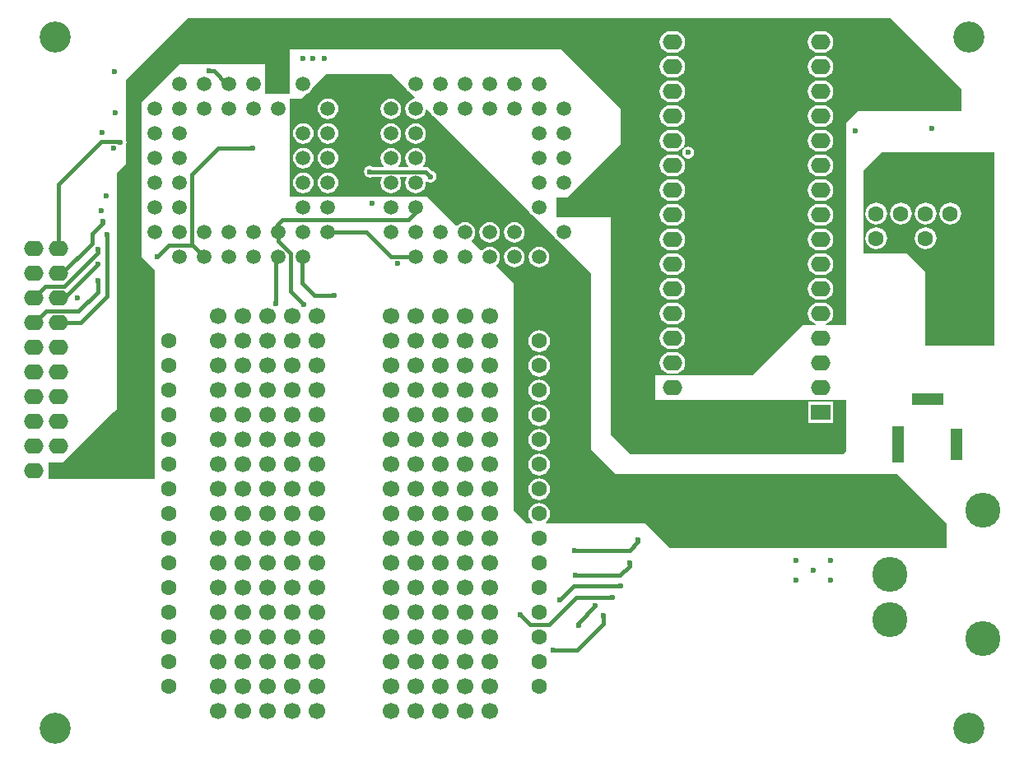
<source format=gbl>
G04*
G04 #@! TF.GenerationSoftware,Altium Limited,Altium Designer,18.1.9 (240)*
G04*
G04 Layer_Physical_Order=4*
G04 Layer_Color=16711680*
%FSLAX44Y44*%
%MOMM*%
G71*
G01*
G75*
%ADD42C,1.7000*%
%ADD45C,0.4000*%
%ADD48C,1.6000*%
%ADD49R,3.2000X1.3000*%
%ADD50R,1.3000X3.2000*%
%ADD51R,1.3000X3.7000*%
%ADD52R,2.0000X1.6000*%
%ADD53O,2.0000X1.6000*%
%ADD54C,3.6000*%
%ADD55C,1.5000*%
%ADD56C,3.2000*%
%ADD57C,0.6000*%
G36*
X970280Y695960D02*
X970280Y672846D01*
X863854Y672846D01*
X851408Y660400D01*
X851408Y452882D01*
X830603Y452882D01*
X830372Y454103D01*
X833047Y455212D01*
X835345Y456975D01*
X837109Y459273D01*
X838217Y461949D01*
X838595Y464820D01*
X838217Y467692D01*
X837109Y470368D01*
X835345Y472665D01*
X833047Y474429D01*
X830372Y475537D01*
X827500Y475915D01*
X823500D01*
X820628Y475537D01*
X817952Y474429D01*
X815655Y472665D01*
X813892Y470368D01*
X812783Y467692D01*
X812405Y464820D01*
X812783Y461949D01*
X813892Y459273D01*
X815655Y456975D01*
X817952Y455212D01*
X820628Y454103D01*
X820397Y452882D01*
X807212D01*
X755650Y401320D01*
X655320Y401320D01*
Y375920D01*
X851408D01*
Y323088D01*
X848360Y320040D01*
X629920D01*
X609600Y340360D01*
X609600Y563880D01*
X553720D01*
X553720Y584200D01*
X565404D01*
X619760Y639318D01*
Y675640D01*
X558800Y736600D01*
X279400D01*
Y690880D01*
X254000Y690880D01*
X254000Y721360D01*
X165608Y721360D01*
X127000Y682752D01*
X127000Y523240D01*
X140462Y509778D01*
Y294640D01*
X127000D01*
X31496Y294640D01*
X31496Y311912D01*
X45466Y311912D01*
X95377Y361823D01*
X101600Y365760D01*
Y609600D01*
X111252Y619252D01*
X111252Y639964D01*
X111528Y641350D01*
X111252Y642736D01*
X111252Y705612D01*
X174244Y768604D01*
X897636D01*
X970280Y695960D01*
D02*
G37*
G36*
X1004570Y431800D02*
X958850D01*
X933450Y431800D01*
Y508000D01*
X914400Y527050D01*
X869950D01*
Y612140D01*
X889000Y631190D01*
X1004570D01*
X1004570Y431800D01*
D02*
G37*
G36*
X384048Y711200D02*
X399805Y695443D01*
X401452Y693297D01*
X403597Y691651D01*
X408101Y687147D01*
X407646Y685806D01*
X406199Y685616D01*
X403645Y684558D01*
X401452Y682875D01*
X399768Y680681D01*
X398711Y678127D01*
X398350Y675386D01*
X398711Y672645D01*
X399768Y670091D01*
X401452Y667897D01*
X403645Y666214D01*
X406199Y665156D01*
X408940Y664795D01*
X411681Y665156D01*
X414235Y666214D01*
X416429Y667897D01*
X418112Y670091D01*
X419170Y672645D01*
X419360Y674091D01*
X420701Y674547D01*
X425205Y670043D01*
X426852Y667897D01*
X428997Y666251D01*
X526805Y568443D01*
X528452Y566297D01*
X530597Y564651D01*
X552205Y543043D01*
X553852Y540897D01*
X555997Y539251D01*
X589280Y505968D01*
Y325120D01*
X614680Y299720D01*
X904240D01*
X955040Y248920D01*
Y223520D01*
X670560D01*
X645160Y248920D01*
X543259Y248920D01*
X542828Y250190D01*
X543785Y250925D01*
X545549Y253223D01*
X546657Y255898D01*
X547035Y258770D01*
X546657Y261642D01*
X545549Y264317D01*
X543785Y266615D01*
X541488Y268379D01*
X538812Y269487D01*
X535940Y269865D01*
X533068Y269487D01*
X530392Y268379D01*
X528095Y266615D01*
X526331Y264317D01*
X525223Y261642D01*
X524845Y258770D01*
X525223Y255898D01*
X526331Y253223D01*
X528095Y250925D01*
X529052Y250190D01*
X528621Y248920D01*
X523240D01*
X510000Y262160D01*
X510000Y495833D01*
X492012Y513820D01*
X492095Y515088D01*
X492629Y515497D01*
X494312Y517691D01*
X495370Y520245D01*
X495731Y522986D01*
X495370Y525727D01*
X494312Y528281D01*
X492629Y530475D01*
X490435Y532158D01*
X487881Y533216D01*
X485140Y533577D01*
X482399Y533216D01*
X479845Y532158D01*
X477652Y530475D01*
X477242Y529941D01*
X475975Y529858D01*
X466612Y539220D01*
X466695Y540488D01*
X467229Y540897D01*
X468912Y543091D01*
X469970Y545645D01*
X470331Y548386D01*
X469970Y551127D01*
X468912Y553681D01*
X467229Y555875D01*
X465036Y557558D01*
X462481Y558616D01*
X459740Y558977D01*
X456999Y558616D01*
X454445Y557558D01*
X452252Y555875D01*
X451842Y555341D01*
X450575Y555258D01*
X420870Y584962D01*
X279400Y584962D01*
Y685800D01*
X291084Y685800D01*
X296064Y690780D01*
X296111Y690786D01*
X298665Y691844D01*
X300859Y693527D01*
X302542Y695721D01*
X303600Y698275D01*
X303606Y698322D01*
X316484Y711200D01*
X384048Y711200D01*
D02*
G37*
%LPC*%
G36*
X827500Y755315D02*
X823500D01*
X820628Y754937D01*
X817952Y753829D01*
X815655Y752065D01*
X813892Y749768D01*
X812783Y747092D01*
X812405Y744220D01*
X812783Y741349D01*
X813892Y738673D01*
X815655Y736375D01*
X817952Y734612D01*
X820628Y733503D01*
X823500Y733125D01*
X827500D01*
X830372Y733503D01*
X833047Y734612D01*
X835345Y736375D01*
X837109Y738673D01*
X838217Y741349D01*
X838595Y744220D01*
X838217Y747092D01*
X837109Y749768D01*
X835345Y752065D01*
X833047Y753829D01*
X830372Y754937D01*
X827500Y755315D01*
D02*
G37*
G36*
X675100D02*
X671100D01*
X668228Y754937D01*
X665553Y753829D01*
X663255Y752065D01*
X661491Y749768D01*
X660383Y747092D01*
X660005Y744220D01*
X660383Y741349D01*
X661491Y738673D01*
X663255Y736375D01*
X665553Y734612D01*
X668228Y733503D01*
X671100Y733125D01*
X675100D01*
X677972Y733503D01*
X680648Y734612D01*
X682945Y736375D01*
X684708Y738673D01*
X685817Y741349D01*
X686195Y744220D01*
X685817Y747092D01*
X684708Y749768D01*
X682945Y752065D01*
X680648Y753829D01*
X677972Y754937D01*
X675100Y755315D01*
D02*
G37*
G36*
X827500Y729915D02*
X823500D01*
X820628Y729537D01*
X817952Y728429D01*
X815655Y726665D01*
X813892Y724368D01*
X812783Y721692D01*
X812405Y718820D01*
X812783Y715949D01*
X813892Y713273D01*
X815655Y710975D01*
X817952Y709212D01*
X820628Y708103D01*
X823500Y707725D01*
X827500D01*
X830372Y708103D01*
X833047Y709212D01*
X835345Y710975D01*
X837109Y713273D01*
X838217Y715949D01*
X838595Y718820D01*
X838217Y721692D01*
X837109Y724368D01*
X835345Y726665D01*
X833047Y728429D01*
X830372Y729537D01*
X827500Y729915D01*
D02*
G37*
G36*
X675100D02*
X671100D01*
X668228Y729537D01*
X665553Y728429D01*
X663255Y726665D01*
X661491Y724368D01*
X660383Y721692D01*
X660005Y718820D01*
X660383Y715949D01*
X661491Y713273D01*
X663255Y710975D01*
X665553Y709212D01*
X668228Y708103D01*
X671100Y707725D01*
X675100D01*
X677972Y708103D01*
X680648Y709212D01*
X682945Y710975D01*
X684708Y713273D01*
X685817Y715949D01*
X686195Y718820D01*
X685817Y721692D01*
X684708Y724368D01*
X682945Y726665D01*
X680648Y728429D01*
X677972Y729537D01*
X675100Y729915D01*
D02*
G37*
G36*
X827500Y704515D02*
X823500D01*
X820628Y704137D01*
X817952Y703029D01*
X815655Y701265D01*
X813892Y698968D01*
X812783Y696292D01*
X812405Y693420D01*
X812783Y690549D01*
X813892Y687873D01*
X815655Y685575D01*
X817952Y683812D01*
X820628Y682703D01*
X823500Y682325D01*
X827500D01*
X830372Y682703D01*
X833047Y683812D01*
X835345Y685575D01*
X837109Y687873D01*
X838217Y690549D01*
X838595Y693420D01*
X838217Y696292D01*
X837109Y698968D01*
X835345Y701265D01*
X833047Y703029D01*
X830372Y704137D01*
X827500Y704515D01*
D02*
G37*
G36*
X675100D02*
X671100D01*
X668228Y704137D01*
X665553Y703029D01*
X663255Y701265D01*
X661491Y698968D01*
X660383Y696292D01*
X660005Y693420D01*
X660383Y690549D01*
X661491Y687873D01*
X663255Y685575D01*
X665553Y683812D01*
X668228Y682703D01*
X671100Y682325D01*
X675100D01*
X677972Y682703D01*
X680648Y683812D01*
X682945Y685575D01*
X684708Y687873D01*
X685817Y690549D01*
X686195Y693420D01*
X685817Y696292D01*
X684708Y698968D01*
X682945Y701265D01*
X680648Y703029D01*
X677972Y704137D01*
X675100Y704515D01*
D02*
G37*
G36*
X827500Y679115D02*
X823500D01*
X820628Y678737D01*
X817952Y677629D01*
X815655Y675865D01*
X813892Y673568D01*
X812783Y670892D01*
X812405Y668020D01*
X812783Y665149D01*
X813892Y662473D01*
X815655Y660175D01*
X817952Y658412D01*
X820628Y657303D01*
X823500Y656925D01*
X827500D01*
X830372Y657303D01*
X833047Y658412D01*
X835345Y660175D01*
X837109Y662473D01*
X838217Y665149D01*
X838595Y668020D01*
X838217Y670892D01*
X837109Y673568D01*
X835345Y675865D01*
X833047Y677629D01*
X830372Y678737D01*
X827500Y679115D01*
D02*
G37*
G36*
X675100D02*
X671100D01*
X668228Y678737D01*
X665553Y677629D01*
X663255Y675865D01*
X661491Y673568D01*
X660383Y670892D01*
X660005Y668020D01*
X660383Y665149D01*
X661491Y662473D01*
X663255Y660175D01*
X665553Y658412D01*
X668228Y657303D01*
X671100Y656925D01*
X675100D01*
X677972Y657303D01*
X680648Y658412D01*
X682945Y660175D01*
X684708Y662473D01*
X685817Y665149D01*
X686195Y668020D01*
X685817Y670892D01*
X684708Y673568D01*
X682945Y675865D01*
X680648Y677629D01*
X677972Y678737D01*
X675100Y679115D01*
D02*
G37*
G36*
X827500Y653715D02*
X823500D01*
X820628Y653337D01*
X817952Y652229D01*
X815655Y650465D01*
X813892Y648168D01*
X812783Y645492D01*
X812405Y642620D01*
X812783Y639749D01*
X813892Y637073D01*
X815655Y634775D01*
X817952Y633012D01*
X820628Y631903D01*
X823500Y631525D01*
X827500D01*
X830372Y631903D01*
X833047Y633012D01*
X835345Y634775D01*
X837109Y637073D01*
X838217Y639749D01*
X838595Y642620D01*
X838217Y645492D01*
X837109Y648168D01*
X835345Y650465D01*
X833047Y652229D01*
X830372Y653337D01*
X827500Y653715D01*
D02*
G37*
G36*
X675100D02*
X671100D01*
X668228Y653337D01*
X665553Y652229D01*
X663255Y650465D01*
X661491Y648168D01*
X660383Y645492D01*
X660005Y642620D01*
X660383Y639749D01*
X661491Y637073D01*
X663255Y634775D01*
X665553Y633012D01*
X668228Y631903D01*
X671100Y631525D01*
X675100D01*
X677972Y631903D01*
X680648Y633012D01*
X682945Y634775D01*
X684708Y637073D01*
X685817Y639749D01*
X686195Y642620D01*
X685817Y645492D01*
X684708Y648168D01*
X682945Y650465D01*
X680648Y652229D01*
X677972Y653337D01*
X675100Y653715D01*
D02*
G37*
G36*
X689356Y636545D02*
X687015Y636080D01*
X685030Y634754D01*
X683704Y632769D01*
X683239Y630428D01*
X683704Y628087D01*
X685030Y626102D01*
X687015Y624776D01*
X689356Y624310D01*
X691697Y624776D01*
X693682Y626102D01*
X695008Y628087D01*
X695473Y630428D01*
X695008Y632769D01*
X693682Y634754D01*
X691697Y636080D01*
X689356Y636545D01*
D02*
G37*
G36*
X827500Y628315D02*
X823500D01*
X820628Y627937D01*
X817952Y626829D01*
X815655Y625065D01*
X813892Y622768D01*
X812783Y620092D01*
X812405Y617220D01*
X812783Y614349D01*
X813892Y611673D01*
X815655Y609375D01*
X817952Y607612D01*
X820628Y606503D01*
X823500Y606125D01*
X827500D01*
X830372Y606503D01*
X833047Y607612D01*
X835345Y609375D01*
X837109Y611673D01*
X838217Y614349D01*
X838595Y617220D01*
X838217Y620092D01*
X837109Y622768D01*
X835345Y625065D01*
X833047Y626829D01*
X830372Y627937D01*
X827500Y628315D01*
D02*
G37*
G36*
X675100D02*
X671100D01*
X668228Y627937D01*
X665553Y626829D01*
X663255Y625065D01*
X661491Y622768D01*
X660383Y620092D01*
X660005Y617220D01*
X660383Y614349D01*
X661491Y611673D01*
X663255Y609375D01*
X665553Y607612D01*
X668228Y606503D01*
X671100Y606125D01*
X675100D01*
X677972Y606503D01*
X680648Y607612D01*
X682945Y609375D01*
X684708Y611673D01*
X685817Y614349D01*
X686195Y617220D01*
X685817Y620092D01*
X684708Y622768D01*
X682945Y625065D01*
X680648Y626829D01*
X677972Y627937D01*
X675100Y628315D01*
D02*
G37*
G36*
X827500Y602915D02*
X823500D01*
X820628Y602537D01*
X817952Y601429D01*
X815655Y599665D01*
X813892Y597368D01*
X812783Y594692D01*
X812405Y591820D01*
X812783Y588949D01*
X813892Y586273D01*
X815655Y583975D01*
X817952Y582212D01*
X820628Y581103D01*
X823500Y580725D01*
X827500D01*
X830372Y581103D01*
X833047Y582212D01*
X835345Y583975D01*
X837109Y586273D01*
X838217Y588949D01*
X838595Y591820D01*
X838217Y594692D01*
X837109Y597368D01*
X835345Y599665D01*
X833047Y601429D01*
X830372Y602537D01*
X827500Y602915D01*
D02*
G37*
G36*
X675100D02*
X671100D01*
X668228Y602537D01*
X665553Y601429D01*
X663255Y599665D01*
X661491Y597368D01*
X660383Y594692D01*
X660005Y591820D01*
X660383Y588949D01*
X661491Y586273D01*
X663255Y583975D01*
X665553Y582212D01*
X668228Y581103D01*
X671100Y580725D01*
X675100D01*
X677972Y581103D01*
X680648Y582212D01*
X682945Y583975D01*
X684708Y586273D01*
X685817Y588949D01*
X686195Y591820D01*
X685817Y594692D01*
X684708Y597368D01*
X682945Y599665D01*
X680648Y601429D01*
X677972Y602537D01*
X675100Y602915D01*
D02*
G37*
G36*
X827500Y577515D02*
X823500D01*
X820628Y577137D01*
X817952Y576029D01*
X815655Y574265D01*
X813892Y571968D01*
X812783Y569292D01*
X812405Y566420D01*
X812783Y563549D01*
X813892Y560873D01*
X815655Y558575D01*
X817952Y556812D01*
X820628Y555703D01*
X823500Y555325D01*
X827500D01*
X830372Y555703D01*
X833047Y556812D01*
X835345Y558575D01*
X837109Y560873D01*
X838217Y563549D01*
X838595Y566420D01*
X838217Y569292D01*
X837109Y571968D01*
X835345Y574265D01*
X833047Y576029D01*
X830372Y577137D01*
X827500Y577515D01*
D02*
G37*
G36*
X675100D02*
X671100D01*
X668228Y577137D01*
X665553Y576029D01*
X663255Y574265D01*
X661491Y571968D01*
X660383Y569292D01*
X660005Y566420D01*
X660383Y563549D01*
X661491Y560873D01*
X663255Y558575D01*
X665553Y556812D01*
X668228Y555703D01*
X671100Y555325D01*
X675100D01*
X677972Y555703D01*
X680648Y556812D01*
X682945Y558575D01*
X684708Y560873D01*
X685817Y563549D01*
X686195Y566420D01*
X685817Y569292D01*
X684708Y571968D01*
X682945Y574265D01*
X680648Y576029D01*
X677972Y577137D01*
X675100Y577515D01*
D02*
G37*
G36*
X827500Y552115D02*
X823500D01*
X820628Y551737D01*
X817952Y550629D01*
X815655Y548865D01*
X813892Y546568D01*
X812783Y543892D01*
X812405Y541020D01*
X812783Y538149D01*
X813892Y535473D01*
X815655Y533175D01*
X817952Y531412D01*
X820628Y530303D01*
X823500Y529925D01*
X827500D01*
X830372Y530303D01*
X833047Y531412D01*
X835345Y533175D01*
X837109Y535473D01*
X838217Y538149D01*
X838595Y541020D01*
X838217Y543892D01*
X837109Y546568D01*
X835345Y548865D01*
X833047Y550629D01*
X830372Y551737D01*
X827500Y552115D01*
D02*
G37*
G36*
X675100D02*
X671100D01*
X668228Y551737D01*
X665553Y550629D01*
X663255Y548865D01*
X661491Y546568D01*
X660383Y543892D01*
X660005Y541020D01*
X660383Y538149D01*
X661491Y535473D01*
X663255Y533175D01*
X665553Y531412D01*
X668228Y530303D01*
X671100Y529925D01*
X675100D01*
X677972Y530303D01*
X680648Y531412D01*
X682945Y533175D01*
X684708Y535473D01*
X685817Y538149D01*
X686195Y541020D01*
X685817Y543892D01*
X684708Y546568D01*
X682945Y548865D01*
X680648Y550629D01*
X677972Y551737D01*
X675100Y552115D01*
D02*
G37*
G36*
X827500Y526715D02*
X823500D01*
X820628Y526337D01*
X817952Y525229D01*
X815655Y523465D01*
X813892Y521168D01*
X812783Y518492D01*
X812405Y515620D01*
X812783Y512749D01*
X813892Y510073D01*
X815655Y507775D01*
X817952Y506012D01*
X820628Y504903D01*
X823500Y504525D01*
X827500D01*
X830372Y504903D01*
X833047Y506012D01*
X835345Y507775D01*
X837109Y510073D01*
X838217Y512749D01*
X838595Y515620D01*
X838217Y518492D01*
X837109Y521168D01*
X835345Y523465D01*
X833047Y525229D01*
X830372Y526337D01*
X827500Y526715D01*
D02*
G37*
G36*
X675100D02*
X671100D01*
X668228Y526337D01*
X665553Y525229D01*
X663255Y523465D01*
X661491Y521168D01*
X660383Y518492D01*
X660005Y515620D01*
X660383Y512749D01*
X661491Y510073D01*
X663255Y507775D01*
X665553Y506012D01*
X668228Y504903D01*
X671100Y504525D01*
X675100D01*
X677972Y504903D01*
X680648Y506012D01*
X682945Y507775D01*
X684708Y510073D01*
X685817Y512749D01*
X686195Y515620D01*
X685817Y518492D01*
X684708Y521168D01*
X682945Y523465D01*
X680648Y525229D01*
X677972Y526337D01*
X675100Y526715D01*
D02*
G37*
G36*
X827500Y501315D02*
X823500D01*
X820628Y500937D01*
X817952Y499829D01*
X815655Y498065D01*
X813892Y495768D01*
X812783Y493092D01*
X812405Y490220D01*
X812783Y487349D01*
X813892Y484673D01*
X815655Y482375D01*
X817952Y480612D01*
X820628Y479503D01*
X823500Y479125D01*
X827500D01*
X830372Y479503D01*
X833047Y480612D01*
X835345Y482375D01*
X837109Y484673D01*
X838217Y487349D01*
X838595Y490220D01*
X838217Y493092D01*
X837109Y495768D01*
X835345Y498065D01*
X833047Y499829D01*
X830372Y500937D01*
X827500Y501315D01*
D02*
G37*
G36*
X675100D02*
X671100D01*
X668228Y500937D01*
X665553Y499829D01*
X663255Y498065D01*
X661491Y495768D01*
X660383Y493092D01*
X660005Y490220D01*
X660383Y487349D01*
X661491Y484673D01*
X663255Y482375D01*
X665553Y480612D01*
X668228Y479503D01*
X671100Y479125D01*
X675100D01*
X677972Y479503D01*
X680648Y480612D01*
X682945Y482375D01*
X684708Y484673D01*
X685817Y487349D01*
X686195Y490220D01*
X685817Y493092D01*
X684708Y495768D01*
X682945Y498065D01*
X680648Y499829D01*
X677972Y500937D01*
X675100Y501315D01*
D02*
G37*
G36*
Y475915D02*
X671100D01*
X668228Y475537D01*
X665553Y474429D01*
X663255Y472665D01*
X661491Y470368D01*
X660383Y467692D01*
X660005Y464820D01*
X660383Y461949D01*
X661491Y459273D01*
X663255Y456975D01*
X665553Y455212D01*
X668228Y454103D01*
X671100Y453725D01*
X675100D01*
X677972Y454103D01*
X680648Y455212D01*
X682945Y456975D01*
X684708Y459273D01*
X685817Y461949D01*
X686195Y464820D01*
X685817Y467692D01*
X684708Y470368D01*
X682945Y472665D01*
X680648Y474429D01*
X677972Y475537D01*
X675100Y475915D01*
D02*
G37*
G36*
Y450515D02*
X671100D01*
X668228Y450137D01*
X665553Y449029D01*
X663255Y447265D01*
X661491Y444968D01*
X660383Y442292D01*
X660005Y439420D01*
X660383Y436549D01*
X661491Y433873D01*
X663255Y431575D01*
X665553Y429812D01*
X668228Y428703D01*
X671100Y428325D01*
X675100D01*
X677972Y428703D01*
X680648Y429812D01*
X682945Y431575D01*
X684708Y433873D01*
X685817Y436549D01*
X686195Y439420D01*
X685817Y442292D01*
X684708Y444968D01*
X682945Y447265D01*
X680648Y449029D01*
X677972Y450137D01*
X675100Y450515D01*
D02*
G37*
G36*
Y425115D02*
X671100D01*
X668228Y424737D01*
X665553Y423629D01*
X663255Y421865D01*
X661491Y419568D01*
X660383Y416892D01*
X660005Y414020D01*
X660383Y411149D01*
X661491Y408473D01*
X663255Y406175D01*
X665553Y404412D01*
X668228Y403303D01*
X671100Y402925D01*
X675100D01*
X677972Y403303D01*
X680648Y404412D01*
X682945Y406175D01*
X684708Y408473D01*
X685817Y411149D01*
X686195Y414020D01*
X685817Y416892D01*
X684708Y419568D01*
X682945Y421865D01*
X680648Y423629D01*
X677972Y424737D01*
X675100Y425115D01*
D02*
G37*
G36*
X838500Y374220D02*
X812500D01*
Y352220D01*
X838500D01*
Y374220D01*
D02*
G37*
G36*
X958850Y578785D02*
X955978Y578407D01*
X953303Y577299D01*
X951005Y575536D01*
X949242Y573238D01*
X948133Y570562D01*
X947755Y567690D01*
X948133Y564819D01*
X949242Y562143D01*
X951005Y559845D01*
X953303Y558082D01*
X955978Y556973D01*
X958850Y556595D01*
X961722Y556973D01*
X964398Y558082D01*
X966695Y559845D01*
X968458Y562143D01*
X969567Y564819D01*
X969945Y567690D01*
X969567Y570562D01*
X968458Y573238D01*
X966695Y575536D01*
X964398Y577299D01*
X961722Y578407D01*
X958850Y578785D01*
D02*
G37*
G36*
X933450D02*
X930579Y578407D01*
X927903Y577299D01*
X925605Y575536D01*
X923842Y573238D01*
X922733Y570562D01*
X922355Y567690D01*
X922733Y564819D01*
X923842Y562143D01*
X925605Y559845D01*
X927903Y558082D01*
X930579Y556973D01*
X933450Y556595D01*
X936322Y556973D01*
X938997Y558082D01*
X941295Y559845D01*
X943058Y562143D01*
X944167Y564819D01*
X944545Y567690D01*
X944167Y570562D01*
X943058Y573238D01*
X941295Y575536D01*
X938997Y577299D01*
X936322Y578407D01*
X933450Y578785D01*
D02*
G37*
G36*
X908050D02*
X905179Y578407D01*
X902503Y577299D01*
X900205Y575536D01*
X898442Y573238D01*
X897333Y570562D01*
X896955Y567690D01*
X897333Y564819D01*
X898442Y562143D01*
X900205Y559845D01*
X902503Y558082D01*
X905179Y556973D01*
X908050Y556595D01*
X910922Y556973D01*
X913597Y558082D01*
X915895Y559845D01*
X917658Y562143D01*
X918767Y564819D01*
X919145Y567690D01*
X918767Y570562D01*
X917658Y573238D01*
X915895Y575536D01*
X913597Y577299D01*
X910922Y578407D01*
X908050Y578785D01*
D02*
G37*
G36*
X882650D02*
X879779Y578407D01*
X877103Y577299D01*
X874805Y575536D01*
X873042Y573238D01*
X871933Y570562D01*
X871555Y567690D01*
X871933Y564819D01*
X873042Y562143D01*
X874805Y559845D01*
X877103Y558082D01*
X879779Y556973D01*
X882650Y556595D01*
X885522Y556973D01*
X888197Y558082D01*
X890495Y559845D01*
X892259Y562143D01*
X893367Y564819D01*
X893745Y567690D01*
X893367Y570562D01*
X892259Y573238D01*
X890495Y575536D01*
X888197Y577299D01*
X885522Y578407D01*
X882650Y578785D01*
D02*
G37*
G36*
X933450Y553385D02*
X930579Y553007D01*
X927903Y551899D01*
X925605Y550135D01*
X923842Y547838D01*
X922733Y545162D01*
X922355Y542290D01*
X922733Y539419D01*
X923842Y536743D01*
X925605Y534445D01*
X927903Y532682D01*
X930579Y531573D01*
X933450Y531195D01*
X936322Y531573D01*
X938997Y532682D01*
X941295Y534445D01*
X943058Y536743D01*
X944167Y539419D01*
X944545Y542290D01*
X944167Y545162D01*
X943058Y547838D01*
X941295Y550135D01*
X938997Y551899D01*
X936322Y553007D01*
X933450Y553385D01*
D02*
G37*
G36*
X882650D02*
X879779Y553007D01*
X877103Y551899D01*
X874805Y550135D01*
X873042Y547838D01*
X871933Y545162D01*
X871555Y542290D01*
X871933Y539419D01*
X873042Y536743D01*
X874805Y534445D01*
X877103Y532682D01*
X879779Y531573D01*
X882650Y531195D01*
X885522Y531573D01*
X888197Y532682D01*
X890495Y534445D01*
X892259Y536743D01*
X893367Y539419D01*
X893745Y542290D01*
X893367Y545162D01*
X892259Y547838D01*
X890495Y550135D01*
X888197Y551899D01*
X885522Y553007D01*
X882650Y553385D01*
D02*
G37*
G36*
X318770Y686207D02*
X316029Y685846D01*
X313475Y684788D01*
X311281Y683105D01*
X309598Y680911D01*
X308540Y678357D01*
X308179Y675616D01*
X308540Y672875D01*
X309598Y670321D01*
X311281Y668127D01*
X313475Y666444D01*
X316029Y665386D01*
X318770Y665025D01*
X321511Y665386D01*
X324065Y666444D01*
X326259Y668127D01*
X327942Y670321D01*
X329000Y672875D01*
X329361Y675616D01*
X329000Y678357D01*
X327942Y680911D01*
X326259Y683105D01*
X324065Y684788D01*
X321511Y685846D01*
X318770Y686207D01*
D02*
G37*
G36*
X383540Y685976D02*
X380799Y685616D01*
X378245Y684558D01*
X376052Y682875D01*
X374369Y680681D01*
X373311Y678127D01*
X372950Y675386D01*
X373311Y672645D01*
X374369Y670091D01*
X376052Y667897D01*
X378245Y666214D01*
X380799Y665156D01*
X383540Y664795D01*
X386281Y665156D01*
X388835Y666214D01*
X391029Y667897D01*
X392712Y670091D01*
X393770Y672645D01*
X394131Y675386D01*
X393770Y678127D01*
X392712Y680681D01*
X391029Y682875D01*
X388835Y684558D01*
X386281Y685616D01*
X383540Y685976D01*
D02*
G37*
G36*
X318770Y660807D02*
X316029Y660446D01*
X313475Y659388D01*
X311281Y657705D01*
X309598Y655511D01*
X308540Y652957D01*
X308179Y650216D01*
X308540Y647475D01*
X309598Y644921D01*
X311281Y642727D01*
X313475Y641044D01*
X316029Y639986D01*
X318770Y639626D01*
X321511Y639986D01*
X324065Y641044D01*
X326259Y642727D01*
X327942Y644921D01*
X329000Y647475D01*
X329361Y650216D01*
X329000Y652957D01*
X327942Y655511D01*
X326259Y657705D01*
X324065Y659388D01*
X321511Y660446D01*
X318770Y660807D01*
D02*
G37*
G36*
X293370D02*
X290629Y660446D01*
X288075Y659388D01*
X285881Y657705D01*
X284198Y655511D01*
X283140Y652957D01*
X282780Y650216D01*
X283140Y647475D01*
X284198Y644921D01*
X285881Y642727D01*
X288075Y641044D01*
X290629Y639986D01*
X293370Y639626D01*
X296111Y639986D01*
X298665Y641044D01*
X300859Y642727D01*
X302542Y644921D01*
X303600Y647475D01*
X303961Y650216D01*
X303600Y652957D01*
X302542Y655511D01*
X300859Y657705D01*
X298665Y659388D01*
X296111Y660446D01*
X293370Y660807D01*
D02*
G37*
G36*
X408940Y660576D02*
X406199Y660216D01*
X403645Y659158D01*
X401452Y657475D01*
X399768Y655281D01*
X398711Y652727D01*
X398350Y649986D01*
X398711Y647245D01*
X399768Y644691D01*
X401452Y642497D01*
X403645Y640814D01*
X406199Y639756D01*
X408940Y639395D01*
X411681Y639756D01*
X414235Y640814D01*
X416429Y642497D01*
X418112Y644691D01*
X419170Y647245D01*
X419531Y649986D01*
X419170Y652727D01*
X418112Y655281D01*
X416429Y657475D01*
X414235Y659158D01*
X411681Y660216D01*
X408940Y660576D01*
D02*
G37*
G36*
X383540D02*
X380799Y660216D01*
X378245Y659158D01*
X376052Y657475D01*
X374369Y655281D01*
X373311Y652727D01*
X372950Y649986D01*
X373311Y647245D01*
X374369Y644691D01*
X376052Y642497D01*
X378245Y640814D01*
X380799Y639756D01*
X383540Y639395D01*
X386281Y639756D01*
X388835Y640814D01*
X391029Y642497D01*
X392712Y644691D01*
X393770Y647245D01*
X394131Y649986D01*
X393770Y652727D01*
X392712Y655281D01*
X391029Y657475D01*
X388835Y659158D01*
X386281Y660216D01*
X383540Y660576D01*
D02*
G37*
G36*
X408940Y635177D02*
X406199Y634816D01*
X403645Y633758D01*
X401452Y632075D01*
X399768Y629881D01*
X398711Y627327D01*
X398350Y624586D01*
X398711Y621845D01*
X399768Y619291D01*
X401343Y617238D01*
X401061Y615968D01*
X391420D01*
X391137Y617238D01*
X392712Y619291D01*
X393770Y621845D01*
X394131Y624586D01*
X393770Y627327D01*
X392712Y629881D01*
X391029Y632075D01*
X388835Y633758D01*
X386281Y634816D01*
X383540Y635177D01*
X380799Y634816D01*
X378245Y633758D01*
X376052Y632075D01*
X374369Y629881D01*
X373311Y627327D01*
X372950Y624586D01*
X373311Y621845D01*
X374369Y619291D01*
X375943Y617238D01*
X375661Y615968D01*
X365120D01*
X364291Y616522D01*
X361950Y616987D01*
X359609Y616522D01*
X357624Y615196D01*
X356298Y613211D01*
X355832Y610870D01*
X356298Y608529D01*
X357624Y606544D01*
X359609Y605218D01*
X361950Y604753D01*
X364291Y605218D01*
X365120Y605772D01*
X373923D01*
X374485Y604633D01*
X374369Y604481D01*
X373311Y601927D01*
X372950Y599186D01*
X373311Y596445D01*
X374369Y593891D01*
X376052Y591697D01*
X378245Y590014D01*
X380799Y588956D01*
X383540Y588595D01*
X386281Y588956D01*
X388835Y590014D01*
X391029Y591697D01*
X392712Y593891D01*
X393770Y596445D01*
X394131Y599186D01*
X393770Y601927D01*
X392712Y604481D01*
X392595Y604633D01*
X393157Y605772D01*
X399323D01*
X399885Y604633D01*
X399768Y604481D01*
X398711Y601927D01*
X398350Y599186D01*
X398711Y596445D01*
X399768Y593891D01*
X401452Y591697D01*
X403645Y590014D01*
X406199Y588956D01*
X408940Y588595D01*
X411681Y588956D01*
X414235Y590014D01*
X416429Y591697D01*
X418112Y593891D01*
X419170Y596445D01*
X419531Y599186D01*
X419391Y600246D01*
X420575Y600983D01*
X421839Y600138D01*
X424180Y599673D01*
X426521Y600138D01*
X428506Y601464D01*
X429832Y603449D01*
X430298Y605790D01*
X429832Y608131D01*
X428506Y610116D01*
X426521Y611442D01*
X425543Y611636D01*
X422705Y614475D01*
X421051Y615580D01*
X419100Y615968D01*
X416820D01*
X416537Y617238D01*
X418112Y619291D01*
X419170Y621845D01*
X419531Y624586D01*
X419170Y627327D01*
X418112Y629881D01*
X416429Y632075D01*
X414235Y633758D01*
X411681Y634816D01*
X408940Y635177D01*
D02*
G37*
G36*
X318770Y635407D02*
X316029Y635046D01*
X313475Y633988D01*
X311281Y632305D01*
X309598Y630111D01*
X308540Y627557D01*
X308179Y624816D01*
X308540Y622075D01*
X309598Y619521D01*
X311281Y617327D01*
X313475Y615644D01*
X316029Y614586D01*
X318770Y614226D01*
X321511Y614586D01*
X324065Y615644D01*
X326259Y617327D01*
X327942Y619521D01*
X329000Y622075D01*
X329361Y624816D01*
X329000Y627557D01*
X327942Y630111D01*
X326259Y632305D01*
X324065Y633988D01*
X321511Y635046D01*
X318770Y635407D01*
D02*
G37*
G36*
X293370D02*
X290629Y635046D01*
X288075Y633988D01*
X285881Y632305D01*
X284198Y630111D01*
X283140Y627557D01*
X282780Y624816D01*
X283140Y622075D01*
X284198Y619521D01*
X285881Y617327D01*
X288075Y615644D01*
X290629Y614586D01*
X293370Y614226D01*
X296111Y614586D01*
X298665Y615644D01*
X300859Y617327D01*
X302542Y619521D01*
X303600Y622075D01*
X303961Y624816D01*
X303600Y627557D01*
X302542Y630111D01*
X300859Y632305D01*
X298665Y633988D01*
X296111Y635046D01*
X293370Y635407D01*
D02*
G37*
G36*
X318770Y610007D02*
X316029Y609646D01*
X313475Y608588D01*
X311281Y606905D01*
X309598Y604711D01*
X308540Y602157D01*
X308179Y599416D01*
X308540Y596675D01*
X309598Y594121D01*
X311281Y591927D01*
X313475Y590244D01*
X316029Y589186D01*
X318770Y588825D01*
X321511Y589186D01*
X324065Y590244D01*
X326259Y591927D01*
X327942Y594121D01*
X329000Y596675D01*
X329361Y599416D01*
X329000Y602157D01*
X327942Y604711D01*
X326259Y606905D01*
X324065Y608588D01*
X321511Y609646D01*
X318770Y610007D01*
D02*
G37*
G36*
X293370D02*
X290629Y609646D01*
X288075Y608588D01*
X285881Y606905D01*
X284198Y604711D01*
X283140Y602157D01*
X282780Y599416D01*
X283140Y596675D01*
X284198Y594121D01*
X285881Y591927D01*
X288075Y590244D01*
X290629Y589186D01*
X293370Y588825D01*
X296111Y589186D01*
X298665Y590244D01*
X300859Y591927D01*
X302542Y594121D01*
X303600Y596675D01*
X303961Y599416D01*
X303600Y602157D01*
X302542Y604711D01*
X300859Y606905D01*
X298665Y608588D01*
X296111Y609646D01*
X293370Y610007D01*
D02*
G37*
G36*
X510540Y558977D02*
X507799Y558616D01*
X505245Y557558D01*
X503052Y555875D01*
X501368Y553681D01*
X500311Y551127D01*
X499950Y548386D01*
X500311Y545645D01*
X501368Y543091D01*
X503052Y540897D01*
X505245Y539214D01*
X507799Y538156D01*
X510540Y537795D01*
X513281Y538156D01*
X515835Y539214D01*
X518029Y540897D01*
X519712Y543091D01*
X520770Y545645D01*
X521131Y548386D01*
X520770Y551127D01*
X519712Y553681D01*
X518029Y555875D01*
X515835Y557558D01*
X513281Y558616D01*
X510540Y558977D01*
D02*
G37*
G36*
X485140D02*
X482399Y558616D01*
X479845Y557558D01*
X477652Y555875D01*
X475969Y553681D01*
X474911Y551127D01*
X474550Y548386D01*
X474911Y545645D01*
X475969Y543091D01*
X477652Y540897D01*
X479845Y539214D01*
X482399Y538156D01*
X485140Y537795D01*
X487881Y538156D01*
X490435Y539214D01*
X492629Y540897D01*
X494312Y543091D01*
X495370Y545645D01*
X495731Y548386D01*
X495370Y551127D01*
X494312Y553681D01*
X492629Y555875D01*
X490435Y557558D01*
X487881Y558616D01*
X485140Y558977D01*
D02*
G37*
G36*
X535940Y533577D02*
X533199Y533216D01*
X530645Y532158D01*
X528452Y530475D01*
X526768Y528281D01*
X525710Y525727D01*
X525350Y522986D01*
X525710Y520245D01*
X526768Y517691D01*
X528452Y515497D01*
X530645Y513814D01*
X533199Y512756D01*
X535940Y512395D01*
X538681Y512756D01*
X541236Y513814D01*
X543429Y515497D01*
X545112Y517691D01*
X546170Y520245D01*
X546531Y522986D01*
X546170Y525727D01*
X545112Y528281D01*
X543429Y530475D01*
X541236Y532158D01*
X538681Y533216D01*
X535940Y533577D01*
D02*
G37*
G36*
X510540D02*
X507799Y533216D01*
X505245Y532158D01*
X503052Y530475D01*
X501368Y528281D01*
X500311Y525727D01*
X499950Y522986D01*
X500311Y520245D01*
X501368Y517691D01*
X503052Y515497D01*
X505245Y513814D01*
X507799Y512756D01*
X510540Y512395D01*
X513281Y512756D01*
X515835Y513814D01*
X518029Y515497D01*
X519712Y517691D01*
X520770Y520245D01*
X521131Y522986D01*
X520770Y525727D01*
X519712Y528281D01*
X518029Y530475D01*
X515835Y532158D01*
X513281Y533216D01*
X510540Y533577D01*
D02*
G37*
G36*
X535940Y447665D02*
X533068Y447287D01*
X530392Y446179D01*
X528095Y444415D01*
X526331Y442118D01*
X525223Y439442D01*
X524845Y436570D01*
X525223Y433698D01*
X526331Y431023D01*
X528095Y428725D01*
X530392Y426962D01*
X533068Y425853D01*
X535940Y425475D01*
X538812Y425853D01*
X541488Y426962D01*
X543785Y428725D01*
X545549Y431023D01*
X546657Y433698D01*
X547035Y436570D01*
X546657Y439442D01*
X545549Y442118D01*
X543785Y444415D01*
X541488Y446179D01*
X538812Y447287D01*
X535940Y447665D01*
D02*
G37*
G36*
Y422265D02*
X533068Y421887D01*
X530392Y420779D01*
X528095Y419015D01*
X526331Y416717D01*
X525223Y414042D01*
X524845Y411170D01*
X525223Y408298D01*
X526331Y405623D01*
X528095Y403325D01*
X530392Y401562D01*
X533068Y400453D01*
X535940Y400075D01*
X538812Y400453D01*
X541488Y401562D01*
X543785Y403325D01*
X545549Y405623D01*
X546657Y408298D01*
X547035Y411170D01*
X546657Y414042D01*
X545549Y416717D01*
X543785Y419015D01*
X541488Y420779D01*
X538812Y421887D01*
X535940Y422265D01*
D02*
G37*
G36*
Y396865D02*
X533068Y396487D01*
X530392Y395378D01*
X528095Y393615D01*
X526331Y391317D01*
X525223Y388642D01*
X524845Y385770D01*
X525223Y382898D01*
X526331Y380223D01*
X528095Y377925D01*
X530392Y376162D01*
X533068Y375053D01*
X535940Y374675D01*
X538812Y375053D01*
X541488Y376162D01*
X543785Y377925D01*
X545549Y380223D01*
X546657Y382898D01*
X547035Y385770D01*
X546657Y388642D01*
X545549Y391317D01*
X543785Y393615D01*
X541488Y395378D01*
X538812Y396487D01*
X535940Y396865D01*
D02*
G37*
G36*
Y371465D02*
X533068Y371087D01*
X530392Y369978D01*
X528095Y368215D01*
X526331Y365918D01*
X525223Y363242D01*
X524845Y360370D01*
X525223Y357498D01*
X526331Y354823D01*
X528095Y352525D01*
X530392Y350762D01*
X533068Y349653D01*
X535940Y349275D01*
X538812Y349653D01*
X541488Y350762D01*
X543785Y352525D01*
X545549Y354823D01*
X546657Y357498D01*
X547035Y360370D01*
X546657Y363242D01*
X545549Y365918D01*
X543785Y368215D01*
X541488Y369978D01*
X538812Y371087D01*
X535940Y371465D01*
D02*
G37*
G36*
Y346065D02*
X533068Y345687D01*
X530392Y344579D01*
X528095Y342815D01*
X526331Y340518D01*
X525223Y337842D01*
X524845Y334970D01*
X525223Y332098D01*
X526331Y329423D01*
X528095Y327125D01*
X530392Y325362D01*
X533068Y324253D01*
X535940Y323875D01*
X538812Y324253D01*
X541488Y325362D01*
X543785Y327125D01*
X545549Y329423D01*
X546657Y332098D01*
X547035Y334970D01*
X546657Y337842D01*
X545549Y340518D01*
X543785Y342815D01*
X541488Y344579D01*
X538812Y345687D01*
X535940Y346065D01*
D02*
G37*
G36*
Y320665D02*
X533068Y320287D01*
X530392Y319179D01*
X528095Y317415D01*
X526331Y315117D01*
X525223Y312442D01*
X524845Y309570D01*
X525223Y306698D01*
X526331Y304023D01*
X528095Y301725D01*
X530392Y299962D01*
X533068Y298853D01*
X535940Y298475D01*
X538812Y298853D01*
X541488Y299962D01*
X543785Y301725D01*
X545549Y304023D01*
X546657Y306698D01*
X547035Y309570D01*
X546657Y312442D01*
X545549Y315117D01*
X543785Y317415D01*
X541488Y319179D01*
X538812Y320287D01*
X535940Y320665D01*
D02*
G37*
G36*
Y295265D02*
X533068Y294887D01*
X530392Y293778D01*
X528095Y292015D01*
X526331Y289718D01*
X525223Y287042D01*
X524845Y284170D01*
X525223Y281298D01*
X526331Y278623D01*
X528095Y276325D01*
X530392Y274562D01*
X533068Y273453D01*
X535940Y273075D01*
X538812Y273453D01*
X541488Y274562D01*
X543785Y276325D01*
X545549Y278623D01*
X546657Y281298D01*
X547035Y284170D01*
X546657Y287042D01*
X545549Y289718D01*
X543785Y292015D01*
X541488Y293778D01*
X538812Y294887D01*
X535940Y295265D01*
D02*
G37*
%LPD*%
D42*
X205740Y55570D02*
D03*
X231140D02*
D03*
X256540D02*
D03*
X281940D02*
D03*
X307340D02*
D03*
X383540D02*
D03*
X408940D02*
D03*
X434340D02*
D03*
X459740D02*
D03*
X485140D02*
D03*
Y461970D02*
D03*
X459740D02*
D03*
X434340D02*
D03*
X408940D02*
D03*
X383540D02*
D03*
X307340D02*
D03*
X281940D02*
D03*
X256540D02*
D03*
X231140D02*
D03*
X205740D02*
D03*
Y436570D02*
D03*
X231140D02*
D03*
X256540D02*
D03*
X281940D02*
D03*
X307340D02*
D03*
X205740Y411170D02*
D03*
X231140D02*
D03*
X256540D02*
D03*
X281940D02*
D03*
X307340D02*
D03*
X205740Y385770D02*
D03*
X231140D02*
D03*
X256540D02*
D03*
X281940D02*
D03*
X307340D02*
D03*
X205740Y360370D02*
D03*
X231140D02*
D03*
X256540D02*
D03*
X281940D02*
D03*
X307340D02*
D03*
X205740Y334970D02*
D03*
X231140D02*
D03*
X256540D02*
D03*
X281940D02*
D03*
X307340D02*
D03*
X205740Y309570D02*
D03*
X231140D02*
D03*
X256540D02*
D03*
X281940D02*
D03*
X307340D02*
D03*
X205740Y284170D02*
D03*
X231140D02*
D03*
X256540D02*
D03*
X281940D02*
D03*
X307340D02*
D03*
X205740Y258770D02*
D03*
X231140D02*
D03*
X256540D02*
D03*
X281940D02*
D03*
X307340D02*
D03*
X205740Y233370D02*
D03*
X231140D02*
D03*
X256540D02*
D03*
X281940D02*
D03*
X307340D02*
D03*
X205740Y207970D02*
D03*
X231140D02*
D03*
X256540D02*
D03*
X281940D02*
D03*
X307340D02*
D03*
X205740Y182570D02*
D03*
X231140D02*
D03*
X256540D02*
D03*
X281940D02*
D03*
X307340D02*
D03*
X205740Y157170D02*
D03*
X231140D02*
D03*
X256540D02*
D03*
X281940D02*
D03*
X307340D02*
D03*
X205740Y131770D02*
D03*
X231140D02*
D03*
X256540D02*
D03*
X281940D02*
D03*
X307340D02*
D03*
X205740Y106370D02*
D03*
X231140D02*
D03*
X256540D02*
D03*
X281940D02*
D03*
X307340D02*
D03*
X205740Y80970D02*
D03*
X231140D02*
D03*
X256540D02*
D03*
X281940D02*
D03*
X307340D02*
D03*
X383540Y436570D02*
D03*
X408940D02*
D03*
X434340D02*
D03*
X459740D02*
D03*
X485140D02*
D03*
X383540Y411170D02*
D03*
X408940D02*
D03*
X434340D02*
D03*
X459740D02*
D03*
X485140D02*
D03*
X383540Y385770D02*
D03*
X408940D02*
D03*
X434340D02*
D03*
X459740D02*
D03*
X485140D02*
D03*
X383540Y360370D02*
D03*
X408940D02*
D03*
X434340D02*
D03*
X459740D02*
D03*
X485140D02*
D03*
X383540Y334970D02*
D03*
X408940D02*
D03*
X434340D02*
D03*
X459740D02*
D03*
X485140D02*
D03*
X383540Y309570D02*
D03*
X408940D02*
D03*
X434340D02*
D03*
X459740D02*
D03*
X485140D02*
D03*
X383540Y284170D02*
D03*
X408940D02*
D03*
X434340D02*
D03*
X459740D02*
D03*
X485140D02*
D03*
X383540Y258770D02*
D03*
X408940D02*
D03*
X434340D02*
D03*
X459740D02*
D03*
X485140D02*
D03*
X383540Y233370D02*
D03*
X408940D02*
D03*
X434340D02*
D03*
X459740D02*
D03*
X485140D02*
D03*
X383540Y207970D02*
D03*
X408940D02*
D03*
X434340D02*
D03*
X459740D02*
D03*
X485140D02*
D03*
X383540Y182570D02*
D03*
X408940D02*
D03*
X434340D02*
D03*
X459740D02*
D03*
X485140D02*
D03*
X383540Y157170D02*
D03*
X408940D02*
D03*
X434340D02*
D03*
X459740D02*
D03*
X485140D02*
D03*
X383540Y131770D02*
D03*
X408940D02*
D03*
X434340D02*
D03*
X459740D02*
D03*
X485140D02*
D03*
X383540Y106370D02*
D03*
X408940D02*
D03*
X434340D02*
D03*
X459740D02*
D03*
X485140D02*
D03*
X383540Y80970D02*
D03*
X408940D02*
D03*
X434340D02*
D03*
X459740D02*
D03*
X485140D02*
D03*
D45*
X86868Y558038D02*
Y559562D01*
X76050Y547220D02*
X86868Y558038D01*
X573786Y172466D02*
X611124D01*
X628840Y204914D02*
Y208534D01*
X571754Y184404D02*
X620014D01*
X637667Y229997D02*
Y232410D01*
X557276Y169926D02*
X571754Y184404D01*
X573024Y195326D02*
X619252D01*
X546490Y145170D02*
X573786Y172466D01*
X576326Y144018D02*
Y146875D01*
X593535Y164084D01*
X575056Y118364D02*
X602361Y145669D01*
X550164Y118364D02*
X575056D01*
X602361Y145669D02*
Y153720D01*
X619252Y195326D02*
X628840Y204914D01*
X628904Y221234D02*
X637667Y229997D01*
X267970Y539480D02*
Y554990D01*
X516890Y155194D02*
X526914Y145170D01*
X546490D01*
X572008Y221234D02*
X628904D01*
X47814Y492568D02*
X82550Y527304D01*
Y530860D01*
X82042Y487172D02*
Y499110D01*
X62230Y467360D02*
X82042Y487172D01*
X45212Y505968D02*
X76050Y536806D01*
X41910Y505968D02*
X45212D01*
X41910Y598170D02*
X85740Y642000D01*
X104760D01*
X105410Y641350D01*
X41910Y531368D02*
Y598170D01*
X91440Y482600D02*
Y546100D01*
X265176Y520422D02*
X267970Y523216D01*
X265176Y474980D02*
Y520422D01*
X280670Y487426D02*
Y526780D01*
Y487426D02*
X294132Y473964D01*
X64008Y455168D02*
X91440Y482600D01*
X41910Y455168D02*
X64008D01*
X358164Y548616D02*
X383652Y523128D01*
X408940D01*
Y522986D02*
Y523128D01*
X318770Y548616D02*
X358164D01*
X267970Y539480D02*
X280670Y526780D01*
X178816Y608076D02*
X205740Y635000D01*
X178816Y535124D02*
Y608076D01*
X155394Y535124D02*
X178816D01*
X143510Y523240D02*
X155394Y535124D01*
X27748Y492568D02*
X47814D01*
X16510Y481330D02*
X27748Y492568D01*
X76050Y536806D02*
Y547220D01*
X196342Y714502D02*
X201168D01*
X214654Y701016D01*
X205740Y635000D02*
X241300D01*
X419100Y610870D02*
X424180Y605790D01*
X28702Y467360D02*
X62230D01*
X41910Y480568D02*
X47498D01*
X292100Y521946D02*
X293370Y523216D01*
X292100Y496570D02*
Y521946D01*
Y496570D02*
X304800Y483870D01*
X325120D01*
X271780Y561340D02*
X401320D01*
X266700Y556260D02*
X267970Y554990D01*
X266700Y556260D02*
X271780Y561340D01*
X408940Y568960D02*
Y573786D01*
X401320Y561340D02*
X408940Y568960D01*
X361950Y610870D02*
X419100D01*
X214654Y701016D02*
X217170D01*
X180316Y534670D02*
X191770Y523216D01*
X16510Y480568D02*
Y481330D01*
X47498Y480568D02*
X82550Y515620D01*
X16510Y455168D02*
X28702Y467360D01*
D48*
X154940Y436570D02*
D03*
Y411170D02*
D03*
Y385770D02*
D03*
Y360370D02*
D03*
Y334970D02*
D03*
Y309570D02*
D03*
Y284170D02*
D03*
Y258770D02*
D03*
Y233370D02*
D03*
Y207970D02*
D03*
Y182570D02*
D03*
Y157170D02*
D03*
Y131770D02*
D03*
Y106370D02*
D03*
Y80970D02*
D03*
X535940D02*
D03*
Y106370D02*
D03*
Y131770D02*
D03*
Y157170D02*
D03*
Y182570D02*
D03*
Y207970D02*
D03*
Y233370D02*
D03*
Y258770D02*
D03*
Y284170D02*
D03*
Y309570D02*
D03*
Y334970D02*
D03*
Y360370D02*
D03*
Y385770D02*
D03*
Y411170D02*
D03*
Y436570D02*
D03*
X882650Y542290D02*
D03*
X908050D02*
D03*
X933450D02*
D03*
X958850D02*
D03*
Y567690D02*
D03*
X933450D02*
D03*
X908050D02*
D03*
X882650D02*
D03*
D49*
X935200Y377200D02*
D03*
D50*
X965200Y330200D02*
D03*
D51*
X905200D02*
D03*
D52*
X41910Y302768D02*
D03*
X825500Y363220D02*
D03*
D53*
X41910Y328168D02*
D03*
Y353568D02*
D03*
Y378968D02*
D03*
Y404368D02*
D03*
Y429768D02*
D03*
Y455168D02*
D03*
Y480568D02*
D03*
Y505968D02*
D03*
Y531368D02*
D03*
X16510Y302768D02*
D03*
Y328168D02*
D03*
Y353568D02*
D03*
Y378968D02*
D03*
Y404368D02*
D03*
Y429768D02*
D03*
Y455168D02*
D03*
Y480568D02*
D03*
Y505968D02*
D03*
Y531368D02*
D03*
X825500Y744220D02*
D03*
X673100D02*
D03*
Y718820D02*
D03*
Y693420D02*
D03*
Y668020D02*
D03*
Y642620D02*
D03*
Y617220D02*
D03*
Y591820D02*
D03*
Y566420D02*
D03*
Y541020D02*
D03*
Y515620D02*
D03*
Y490220D02*
D03*
Y464820D02*
D03*
Y439420D02*
D03*
Y414020D02*
D03*
Y388620D02*
D03*
Y363220D02*
D03*
X825500Y718820D02*
D03*
Y693420D02*
D03*
Y668020D02*
D03*
Y642620D02*
D03*
Y617220D02*
D03*
Y591820D02*
D03*
Y566420D02*
D03*
Y541020D02*
D03*
Y515620D02*
D03*
Y490220D02*
D03*
Y464820D02*
D03*
Y439420D02*
D03*
Y414020D02*
D03*
Y388620D02*
D03*
D54*
X896824Y243556D02*
D03*
Y149556D02*
D03*
X992124Y262556D02*
D03*
Y130556D02*
D03*
X896824Y196556D02*
D03*
D55*
X318770Y548616D02*
D03*
Y574016D02*
D03*
Y599416D02*
D03*
Y624816D02*
D03*
Y650216D02*
D03*
Y675616D02*
D03*
X293370Y523216D02*
D03*
Y548616D02*
D03*
Y574016D02*
D03*
Y599416D02*
D03*
Y624816D02*
D03*
Y650216D02*
D03*
Y675616D02*
D03*
Y701016D02*
D03*
X267970Y523216D02*
D03*
Y548616D02*
D03*
Y675616D02*
D03*
Y701016D02*
D03*
X242570Y523216D02*
D03*
Y548616D02*
D03*
Y675616D02*
D03*
Y701016D02*
D03*
X217170Y523216D02*
D03*
Y548616D02*
D03*
Y675616D02*
D03*
Y701016D02*
D03*
X191770Y523216D02*
D03*
Y548616D02*
D03*
Y675616D02*
D03*
Y701016D02*
D03*
X166370Y523216D02*
D03*
Y548616D02*
D03*
Y574016D02*
D03*
Y599416D02*
D03*
Y624816D02*
D03*
Y650216D02*
D03*
Y675616D02*
D03*
Y701016D02*
D03*
X140970Y548616D02*
D03*
Y574016D02*
D03*
Y599416D02*
D03*
Y624816D02*
D03*
Y650216D02*
D03*
Y675616D02*
D03*
X408940Y522986D02*
D03*
X434340D02*
D03*
X459740D02*
D03*
X485140D02*
D03*
X510540D02*
D03*
X535940D02*
D03*
X383540Y548386D02*
D03*
X408940D02*
D03*
X434340D02*
D03*
X459740D02*
D03*
X485140D02*
D03*
X510540D02*
D03*
X535940D02*
D03*
X561340D02*
D03*
X383540Y573786D02*
D03*
X408940D02*
D03*
X535940D02*
D03*
X561340D02*
D03*
X383540Y599186D02*
D03*
X408940D02*
D03*
X535940D02*
D03*
X561340D02*
D03*
X383540Y624586D02*
D03*
X408940D02*
D03*
X535940D02*
D03*
X561340D02*
D03*
X383540Y649986D02*
D03*
X408940D02*
D03*
X535940D02*
D03*
X561340D02*
D03*
X383540Y675386D02*
D03*
X408940D02*
D03*
X434340D02*
D03*
X459740D02*
D03*
X485140D02*
D03*
X510540D02*
D03*
X535940D02*
D03*
X561340D02*
D03*
X408940Y700786D02*
D03*
X434340D02*
D03*
X459740D02*
D03*
X485140D02*
D03*
X510540D02*
D03*
X535940D02*
D03*
D56*
X38100Y749300D02*
D03*
Y38100D02*
D03*
X977900Y749300D02*
D03*
Y38100D02*
D03*
D57*
X363728Y578612D02*
D03*
X86868Y559562D02*
D03*
X611124Y172466D02*
D03*
X628840Y208534D02*
D03*
X620014Y184404D02*
D03*
X637667Y232410D02*
D03*
X557276Y169926D02*
D03*
X573024Y195326D02*
D03*
X593535Y164084D02*
D03*
X602361Y153720D02*
D03*
X516890Y155194D02*
D03*
X576326Y144018D02*
D03*
X550164Y118364D02*
D03*
X572008Y221234D02*
D03*
X969518Y472694D02*
D03*
X952500Y452120D02*
D03*
X988060D02*
D03*
Y495300D02*
D03*
X952500D02*
D03*
X918210Y624840D02*
D03*
X939800D02*
D03*
X880110Y590550D02*
D03*
X817880Y200660D02*
D03*
X835660Y210820D02*
D03*
X800100D02*
D03*
Y190500D02*
D03*
X835660D02*
D03*
X861314Y652780D02*
D03*
X82042Y499110D02*
D03*
X90246Y585516D02*
D03*
X265176Y474980D02*
D03*
X294132Y473964D02*
D03*
X689356Y630428D02*
D03*
X390652Y516128D02*
D03*
X267716Y727202D02*
D03*
X98298Y635000D02*
D03*
X85622Y570738D02*
D03*
X91440Y546100D02*
D03*
X196342Y714502D02*
D03*
X939800Y655320D02*
D03*
X60452Y303022D02*
D03*
X580898Y592328D02*
D03*
X573024Y585470D02*
D03*
X548894Y535178D02*
D03*
X556006Y528320D02*
D03*
X896620Y684530D02*
D03*
X910590D02*
D03*
X923290D02*
D03*
X99060Y713740D02*
D03*
X100330Y671830D02*
D03*
X241300Y635000D02*
D03*
X424180Y605790D02*
D03*
X321334Y703580D02*
D03*
X314984Y697230D02*
D03*
X314960Y727710D02*
D03*
X303530D02*
D03*
X293370D02*
D03*
X60960Y481330D02*
D03*
X105410Y641350D02*
D03*
X325120Y483870D02*
D03*
X361950Y610870D02*
D03*
X143510Y523240D02*
D03*
X82550Y530860D02*
D03*
X86360Y651510D02*
D03*
X82550Y515620D02*
D03*
M02*

</source>
